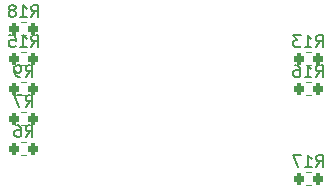
<source format=gbo>
%TF.GenerationSoftware,KiCad,Pcbnew,6.0.6*%
%TF.CreationDate,2022-07-20T10:20:16+02:00*%
%TF.ProjectId,H_vfTimer,48e47666-5469-46d6-9572-2e6b69636164,rev?*%
%TF.SameCoordinates,Original*%
%TF.FileFunction,Legend,Bot*%
%TF.FilePolarity,Positive*%
%FSLAX46Y46*%
G04 Gerber Fmt 4.6, Leading zero omitted, Abs format (unit mm)*
G04 Created by KiCad (PCBNEW 6.0.6) date 2022-07-20 10:20:16*
%MOMM*%
%LPD*%
G01*
G04 APERTURE LIST*
G04 Aperture macros list*
%AMRoundRect*
0 Rectangle with rounded corners*
0 $1 Rounding radius*
0 $2 $3 $4 $5 $6 $7 $8 $9 X,Y pos of 4 corners*
0 Add a 4 corners polygon primitive as box body*
4,1,4,$2,$3,$4,$5,$6,$7,$8,$9,$2,$3,0*
0 Add four circle primitives for the rounded corners*
1,1,$1+$1,$2,$3*
1,1,$1+$1,$4,$5*
1,1,$1+$1,$6,$7*
1,1,$1+$1,$8,$9*
0 Add four rect primitives between the rounded corners*
20,1,$1+$1,$2,$3,$4,$5,0*
20,1,$1+$1,$4,$5,$6,$7,0*
20,1,$1+$1,$6,$7,$8,$9,0*
20,1,$1+$1,$8,$9,$2,$3,0*%
G04 Aperture macros list end*
%ADD10C,0.150000*%
%ADD11C,0.120000*%
%ADD12C,1.000000*%
%ADD13R,1.500000X1.500000*%
%ADD14C,1.500000*%
%ADD15R,1.700000X1.700000*%
%ADD16O,1.700000X1.700000*%
%ADD17RoundRect,0.250001X-0.799999X-0.799999X0.799999X-0.799999X0.799999X0.799999X-0.799999X0.799999X0*%
%ADD18C,2.100000*%
%ADD19RoundRect,0.200000X0.200000X0.275000X-0.200000X0.275000X-0.200000X-0.275000X0.200000X-0.275000X0*%
G04 APERTURE END LIST*
D10*
X128127857Y-71417380D02*
X128461190Y-70941190D01*
X128699285Y-71417380D02*
X128699285Y-70417380D01*
X128318333Y-70417380D01*
X128223095Y-70465000D01*
X128175476Y-70512619D01*
X128127857Y-70607857D01*
X128127857Y-70750714D01*
X128175476Y-70845952D01*
X128223095Y-70893571D01*
X128318333Y-70941190D01*
X128699285Y-70941190D01*
X127175476Y-71417380D02*
X127746904Y-71417380D01*
X127461190Y-71417380D02*
X127461190Y-70417380D01*
X127556428Y-70560238D01*
X127651666Y-70655476D01*
X127746904Y-70703095D01*
X126318333Y-70417380D02*
X126508809Y-70417380D01*
X126604047Y-70465000D01*
X126651666Y-70512619D01*
X126746904Y-70655476D01*
X126794523Y-70845952D01*
X126794523Y-71226904D01*
X126746904Y-71322142D01*
X126699285Y-71369761D01*
X126604047Y-71417380D01*
X126413571Y-71417380D01*
X126318333Y-71369761D01*
X126270714Y-71322142D01*
X126223095Y-71226904D01*
X126223095Y-70988809D01*
X126270714Y-70893571D01*
X126318333Y-70845952D01*
X126413571Y-70798333D01*
X126604047Y-70798333D01*
X126699285Y-70845952D01*
X126746904Y-70893571D01*
X126794523Y-70988809D01*
X128127857Y-68877380D02*
X128461190Y-68401190D01*
X128699285Y-68877380D02*
X128699285Y-67877380D01*
X128318333Y-67877380D01*
X128223095Y-67925000D01*
X128175476Y-67972619D01*
X128127857Y-68067857D01*
X128127857Y-68210714D01*
X128175476Y-68305952D01*
X128223095Y-68353571D01*
X128318333Y-68401190D01*
X128699285Y-68401190D01*
X127175476Y-68877380D02*
X127746904Y-68877380D01*
X127461190Y-68877380D02*
X127461190Y-67877380D01*
X127556428Y-68020238D01*
X127651666Y-68115476D01*
X127746904Y-68163095D01*
X126842142Y-67877380D02*
X126223095Y-67877380D01*
X126556428Y-68258333D01*
X126413571Y-68258333D01*
X126318333Y-68305952D01*
X126270714Y-68353571D01*
X126223095Y-68448809D01*
X126223095Y-68686904D01*
X126270714Y-68782142D01*
X126318333Y-68829761D01*
X126413571Y-68877380D01*
X126699285Y-68877380D01*
X126794523Y-68829761D01*
X126842142Y-68782142D01*
X104027857Y-66332380D02*
X104361190Y-65856190D01*
X104599285Y-66332380D02*
X104599285Y-65332380D01*
X104218333Y-65332380D01*
X104123095Y-65380000D01*
X104075476Y-65427619D01*
X104027857Y-65522857D01*
X104027857Y-65665714D01*
X104075476Y-65760952D01*
X104123095Y-65808571D01*
X104218333Y-65856190D01*
X104599285Y-65856190D01*
X103075476Y-66332380D02*
X103646904Y-66332380D01*
X103361190Y-66332380D02*
X103361190Y-65332380D01*
X103456428Y-65475238D01*
X103551666Y-65570476D01*
X103646904Y-65618095D01*
X102504047Y-65760952D02*
X102599285Y-65713333D01*
X102646904Y-65665714D01*
X102694523Y-65570476D01*
X102694523Y-65522857D01*
X102646904Y-65427619D01*
X102599285Y-65380000D01*
X102504047Y-65332380D01*
X102313571Y-65332380D01*
X102218333Y-65380000D01*
X102170714Y-65427619D01*
X102123095Y-65522857D01*
X102123095Y-65570476D01*
X102170714Y-65665714D01*
X102218333Y-65713333D01*
X102313571Y-65760952D01*
X102504047Y-65760952D01*
X102599285Y-65808571D01*
X102646904Y-65856190D01*
X102694523Y-65951428D01*
X102694523Y-66141904D01*
X102646904Y-66237142D01*
X102599285Y-66284761D01*
X102504047Y-66332380D01*
X102313571Y-66332380D01*
X102218333Y-66284761D01*
X102170714Y-66237142D01*
X102123095Y-66141904D01*
X102123095Y-65951428D01*
X102170714Y-65856190D01*
X102218333Y-65808571D01*
X102313571Y-65760952D01*
X103551666Y-71412380D02*
X103885000Y-70936190D01*
X104123095Y-71412380D02*
X104123095Y-70412380D01*
X103742142Y-70412380D01*
X103646904Y-70460000D01*
X103599285Y-70507619D01*
X103551666Y-70602857D01*
X103551666Y-70745714D01*
X103599285Y-70840952D01*
X103646904Y-70888571D01*
X103742142Y-70936190D01*
X104123095Y-70936190D01*
X103075476Y-71412380D02*
X102885000Y-71412380D01*
X102789761Y-71364761D01*
X102742142Y-71317142D01*
X102646904Y-71174285D01*
X102599285Y-70983809D01*
X102599285Y-70602857D01*
X102646904Y-70507619D01*
X102694523Y-70460000D01*
X102789761Y-70412380D01*
X102980238Y-70412380D01*
X103075476Y-70460000D01*
X103123095Y-70507619D01*
X103170714Y-70602857D01*
X103170714Y-70840952D01*
X103123095Y-70936190D01*
X103075476Y-70983809D01*
X102980238Y-71031428D01*
X102789761Y-71031428D01*
X102694523Y-70983809D01*
X102646904Y-70936190D01*
X102599285Y-70840952D01*
X103551666Y-73952380D02*
X103885000Y-73476190D01*
X104123095Y-73952380D02*
X104123095Y-72952380D01*
X103742142Y-72952380D01*
X103646904Y-73000000D01*
X103599285Y-73047619D01*
X103551666Y-73142857D01*
X103551666Y-73285714D01*
X103599285Y-73380952D01*
X103646904Y-73428571D01*
X103742142Y-73476190D01*
X104123095Y-73476190D01*
X103218333Y-72952380D02*
X102551666Y-72952380D01*
X102980238Y-73952380D01*
X128152857Y-79032380D02*
X128486190Y-78556190D01*
X128724285Y-79032380D02*
X128724285Y-78032380D01*
X128343333Y-78032380D01*
X128248095Y-78080000D01*
X128200476Y-78127619D01*
X128152857Y-78222857D01*
X128152857Y-78365714D01*
X128200476Y-78460952D01*
X128248095Y-78508571D01*
X128343333Y-78556190D01*
X128724285Y-78556190D01*
X127200476Y-79032380D02*
X127771904Y-79032380D01*
X127486190Y-79032380D02*
X127486190Y-78032380D01*
X127581428Y-78175238D01*
X127676666Y-78270476D01*
X127771904Y-78318095D01*
X126867142Y-78032380D02*
X126200476Y-78032380D01*
X126629047Y-79032380D01*
X104027857Y-68872380D02*
X104361190Y-68396190D01*
X104599285Y-68872380D02*
X104599285Y-67872380D01*
X104218333Y-67872380D01*
X104123095Y-67920000D01*
X104075476Y-67967619D01*
X104027857Y-68062857D01*
X104027857Y-68205714D01*
X104075476Y-68300952D01*
X104123095Y-68348571D01*
X104218333Y-68396190D01*
X104599285Y-68396190D01*
X103075476Y-68872380D02*
X103646904Y-68872380D01*
X103361190Y-68872380D02*
X103361190Y-67872380D01*
X103456428Y-68015238D01*
X103551666Y-68110476D01*
X103646904Y-68158095D01*
X102170714Y-67872380D02*
X102646904Y-67872380D01*
X102694523Y-68348571D01*
X102646904Y-68300952D01*
X102551666Y-68253333D01*
X102313571Y-68253333D01*
X102218333Y-68300952D01*
X102170714Y-68348571D01*
X102123095Y-68443809D01*
X102123095Y-68681904D01*
X102170714Y-68777142D01*
X102218333Y-68824761D01*
X102313571Y-68872380D01*
X102551666Y-68872380D01*
X102646904Y-68824761D01*
X102694523Y-68777142D01*
X103551666Y-76492380D02*
X103885000Y-76016190D01*
X104123095Y-76492380D02*
X104123095Y-75492380D01*
X103742142Y-75492380D01*
X103646904Y-75540000D01*
X103599285Y-75587619D01*
X103551666Y-75682857D01*
X103551666Y-75825714D01*
X103599285Y-75920952D01*
X103646904Y-75968571D01*
X103742142Y-76016190D01*
X104123095Y-76016190D01*
X102694523Y-75492380D02*
X102885000Y-75492380D01*
X102980238Y-75540000D01*
X103027857Y-75587619D01*
X103123095Y-75730476D01*
X103170714Y-75920952D01*
X103170714Y-76301904D01*
X103123095Y-76397142D01*
X103075476Y-76444761D01*
X102980238Y-76492380D01*
X102789761Y-76492380D01*
X102694523Y-76444761D01*
X102646904Y-76397142D01*
X102599285Y-76301904D01*
X102599285Y-76063809D01*
X102646904Y-75968571D01*
X102694523Y-75920952D01*
X102789761Y-75873333D01*
X102980238Y-75873333D01*
X103075476Y-75920952D01*
X103123095Y-75968571D01*
X103170714Y-76063809D01*
D11*
X127722258Y-72917500D02*
X127247742Y-72917500D01*
X127722258Y-71872500D02*
X127247742Y-71872500D01*
X127722258Y-70377500D02*
X127247742Y-70377500D01*
X127722258Y-69332500D02*
X127247742Y-69332500D01*
X103622258Y-67832500D02*
X103147742Y-67832500D01*
X103622258Y-66787500D02*
X103147742Y-66787500D01*
X103622258Y-71867500D02*
X103147742Y-71867500D01*
X103622258Y-72912500D02*
X103147742Y-72912500D01*
X103622258Y-75452500D02*
X103147742Y-75452500D01*
X103622258Y-74407500D02*
X103147742Y-74407500D01*
X127747258Y-80532500D02*
X127272742Y-80532500D01*
X127747258Y-79487500D02*
X127272742Y-79487500D01*
X103622258Y-69327500D02*
X103147742Y-69327500D01*
X103622258Y-70372500D02*
X103147742Y-70372500D01*
X103622258Y-76947500D02*
X103147742Y-76947500D01*
X103622258Y-77992500D02*
X103147742Y-77992500D01*
%LPC*%
D12*
X119720000Y-132080000D03*
X124120000Y-132080000D03*
D13*
X107838500Y-67310000D03*
D14*
X107838500Y-69850000D03*
X107838500Y-72390000D03*
X107838500Y-74930000D03*
X107838500Y-77470000D03*
X107838500Y-80010000D03*
X123078500Y-80010000D03*
X123078500Y-77470000D03*
X123078500Y-74930000D03*
X123078500Y-72390000D03*
X123078500Y-69850000D03*
X123078500Y-67310000D03*
D15*
X105933000Y-133863000D03*
D16*
X105933000Y-131323000D03*
X108473000Y-133863000D03*
X108473000Y-131323000D03*
X111013000Y-133863000D03*
X111013000Y-131323000D03*
D17*
X133585000Y-92230000D03*
D18*
X138185000Y-92230000D03*
D19*
X128310000Y-72395000D03*
X126660000Y-72395000D03*
X128310000Y-69855000D03*
X126660000Y-69855000D03*
X104210000Y-67310000D03*
X102560000Y-67310000D03*
X104210000Y-72390000D03*
X102560000Y-72390000D03*
X104210000Y-74930000D03*
X102560000Y-74930000D03*
X128335000Y-80010000D03*
X126685000Y-80010000D03*
X104210000Y-69850000D03*
X102560000Y-69850000D03*
X104210000Y-77470000D03*
X102560000Y-77470000D03*
M02*

</source>
